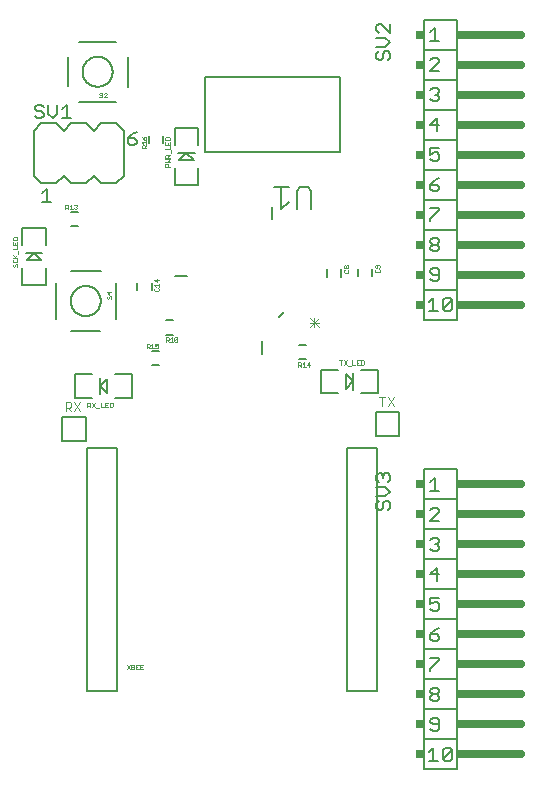
<source format=gto>
G75*
%MOIN*%
%OFA0B0*%
%FSLAX25Y25*%
%IPPOS*%
%LPD*%
%AMOC8*
5,1,8,0,0,1.08239X$1,22.5*
%
%ADD10C,0.00600*%
%ADD11C,0.00100*%
%ADD12C,0.00800*%
%ADD13C,0.00500*%
%ADD14C,0.00300*%
%ADD15C,0.02600*%
%ADD16R,0.03000X0.02600*%
%ADD17R,0.02600X0.02600*%
D10*
X0437428Y0164543D02*
X0437428Y0166906D01*
X0442152Y0166906D02*
X0442152Y0164543D01*
X0449878Y0169469D02*
X0453878Y0169469D01*
X0484778Y0155869D02*
X0486378Y0157469D01*
X0491207Y0146276D02*
X0493570Y0146276D01*
X0493570Y0141551D02*
X0491207Y0141551D01*
X0478978Y0143469D02*
X0478978Y0147569D01*
X0449396Y0149819D02*
X0447034Y0149819D01*
X0447034Y0154543D02*
X0449396Y0154543D01*
X0444633Y0144307D02*
X0442270Y0144307D01*
X0442270Y0139583D02*
X0444633Y0139583D01*
X0500617Y0169189D02*
X0500617Y0171551D01*
X0505341Y0171551D02*
X0505341Y0169189D01*
X0511050Y0169268D02*
X0511050Y0171630D01*
X0515774Y0171630D02*
X0515774Y0169268D01*
X0532877Y0164819D02*
X0532877Y0174819D01*
X0532877Y0184819D01*
X0532877Y0194819D01*
X0532877Y0204819D01*
X0543877Y0204819D01*
X0543877Y0214819D01*
X0543877Y0224819D01*
X0543877Y0234819D01*
X0543877Y0244819D01*
X0543877Y0254819D01*
X0532877Y0254819D01*
X0532877Y0244819D01*
X0532877Y0234819D01*
X0543877Y0234819D01*
X0532877Y0234819D02*
X0532877Y0224819D01*
X0543877Y0224819D01*
X0532877Y0224819D02*
X0532877Y0214819D01*
X0543877Y0214819D01*
X0532877Y0214819D02*
X0532877Y0204819D01*
X0543877Y0204819D02*
X0543877Y0194819D01*
X0543877Y0184819D01*
X0532877Y0184819D01*
X0543877Y0184819D02*
X0543877Y0174819D01*
X0543877Y0164819D01*
X0543877Y0154819D01*
X0532877Y0154819D01*
X0532877Y0164819D01*
X0543877Y0164819D01*
X0543877Y0174819D02*
X0532877Y0174819D01*
X0532877Y0194819D02*
X0543877Y0194819D01*
X0482178Y0192369D02*
X0482178Y0188369D01*
X0432940Y0202713D02*
X0430440Y0200213D01*
X0425440Y0200213D01*
X0422940Y0202713D01*
X0420440Y0200213D01*
X0415440Y0200213D01*
X0412940Y0202713D01*
X0410440Y0200213D01*
X0405440Y0200213D01*
X0402940Y0202713D01*
X0402940Y0217713D01*
X0405440Y0220213D01*
X0410440Y0220213D01*
X0412940Y0217713D01*
X0415440Y0220213D01*
X0420440Y0220213D01*
X0422940Y0217713D01*
X0425440Y0220213D01*
X0430440Y0220213D01*
X0432940Y0217713D01*
X0432940Y0202713D01*
X0441365Y0213677D02*
X0441365Y0216039D01*
X0446089Y0216039D02*
X0446089Y0213677D01*
X0417546Y0190764D02*
X0415184Y0190764D01*
X0415184Y0186039D02*
X0417546Y0186039D01*
X0532877Y0244819D02*
X0543877Y0244819D01*
X0543877Y0104937D02*
X0532877Y0104937D01*
X0532877Y0094937D01*
X0532877Y0084937D01*
X0543877Y0084937D01*
X0543877Y0094937D01*
X0543877Y0104937D01*
X0543877Y0094937D02*
X0532877Y0094937D01*
X0532877Y0084937D02*
X0532877Y0074937D01*
X0543877Y0074937D01*
X0543877Y0084937D01*
X0543877Y0074937D02*
X0543877Y0064937D01*
X0543877Y0054937D01*
X0532877Y0054937D01*
X0532877Y0064937D01*
X0532877Y0074937D01*
X0532877Y0064937D02*
X0543877Y0064937D01*
X0543877Y0054937D02*
X0543877Y0044937D01*
X0543877Y0034937D01*
X0532877Y0034937D01*
X0532877Y0044937D01*
X0532877Y0054937D01*
X0532877Y0044937D02*
X0543877Y0044937D01*
X0543877Y0034937D02*
X0543877Y0024937D01*
X0543877Y0014937D01*
X0543877Y0004937D01*
X0532877Y0004937D01*
X0532877Y0014937D01*
X0532877Y0024937D01*
X0532877Y0034937D01*
X0532877Y0024937D02*
X0543877Y0024937D01*
X0543877Y0014937D02*
X0532877Y0014937D01*
D11*
X0439394Y0038294D02*
X0438394Y0038294D01*
X0438394Y0039795D01*
X0439394Y0039795D01*
X0438894Y0039045D02*
X0438394Y0039045D01*
X0437921Y0039795D02*
X0436920Y0039795D01*
X0436920Y0038294D01*
X0437921Y0038294D01*
X0437421Y0039045D02*
X0436920Y0039045D01*
X0436448Y0039295D02*
X0436198Y0039045D01*
X0435447Y0039045D01*
X0435447Y0039795D02*
X0435447Y0038294D01*
X0436198Y0038294D01*
X0436448Y0038544D01*
X0436448Y0038795D01*
X0436198Y0039045D01*
X0436448Y0039295D02*
X0436448Y0039545D01*
X0436198Y0039795D01*
X0435447Y0039795D01*
X0434975Y0039795D02*
X0433974Y0038294D01*
X0434975Y0038294D02*
X0433974Y0039795D01*
X0428917Y0125682D02*
X0429167Y0125932D01*
X0429167Y0126933D01*
X0428917Y0127184D01*
X0428166Y0127184D01*
X0428166Y0125682D01*
X0428917Y0125682D01*
X0427694Y0125682D02*
X0426693Y0125682D01*
X0426693Y0127184D01*
X0427694Y0127184D01*
X0427193Y0126433D02*
X0426693Y0126433D01*
X0426220Y0125682D02*
X0425219Y0125682D01*
X0425219Y0127184D01*
X0424747Y0125432D02*
X0423746Y0125432D01*
X0423274Y0125682D02*
X0422273Y0127184D01*
X0421801Y0126933D02*
X0421801Y0126433D01*
X0421550Y0126183D01*
X0420800Y0126183D01*
X0421300Y0126183D02*
X0421801Y0125682D01*
X0422273Y0125682D02*
X0423274Y0127184D01*
X0421801Y0126933D02*
X0421550Y0127184D01*
X0420800Y0127184D01*
X0420800Y0125682D01*
X0440501Y0145245D02*
X0440501Y0146746D01*
X0441252Y0146746D01*
X0441502Y0146496D01*
X0441502Y0145996D01*
X0441252Y0145745D01*
X0440501Y0145745D01*
X0441002Y0145745D02*
X0441502Y0145245D01*
X0441975Y0145245D02*
X0442976Y0145245D01*
X0442475Y0145245D02*
X0442475Y0146746D01*
X0441975Y0146246D01*
X0443448Y0145996D02*
X0443948Y0146246D01*
X0444199Y0146246D01*
X0444449Y0145996D01*
X0444449Y0145495D01*
X0444199Y0145245D01*
X0443698Y0145245D01*
X0443448Y0145495D01*
X0443448Y0145996D02*
X0443448Y0146746D01*
X0444449Y0146746D01*
X0446845Y0147381D02*
X0446845Y0148882D01*
X0447596Y0148882D01*
X0447846Y0148632D01*
X0447846Y0148132D01*
X0447596Y0147882D01*
X0446845Y0147882D01*
X0447346Y0147882D02*
X0447846Y0147381D01*
X0448319Y0147381D02*
X0449320Y0147381D01*
X0448819Y0147381D02*
X0448819Y0148882D01*
X0448319Y0148382D01*
X0449792Y0148632D02*
X0450042Y0148882D01*
X0450543Y0148882D01*
X0450793Y0148632D01*
X0449792Y0147631D01*
X0450042Y0147381D01*
X0450543Y0147381D01*
X0450793Y0147631D01*
X0450793Y0148632D01*
X0449792Y0148632D02*
X0449792Y0147631D01*
X0428773Y0161932D02*
X0428523Y0161682D01*
X0428773Y0161932D02*
X0428773Y0162433D01*
X0428523Y0162683D01*
X0428273Y0162683D01*
X0428022Y0162433D01*
X0428022Y0161932D01*
X0427772Y0161682D01*
X0427522Y0161682D01*
X0427272Y0161932D01*
X0427272Y0162433D01*
X0427522Y0162683D01*
X0428022Y0163155D02*
X0428022Y0164156D01*
X0427272Y0163906D02*
X0428022Y0163155D01*
X0427272Y0163906D02*
X0428773Y0163906D01*
X0443089Y0164605D02*
X0443339Y0164355D01*
X0444340Y0164355D01*
X0444590Y0164605D01*
X0444590Y0165105D01*
X0444340Y0165355D01*
X0444590Y0165828D02*
X0444590Y0166829D01*
X0444590Y0166328D02*
X0443089Y0166328D01*
X0443589Y0165828D01*
X0443339Y0165355D02*
X0443089Y0165105D01*
X0443089Y0164605D01*
X0443839Y0167301D02*
X0443839Y0168302D01*
X0443089Y0168052D02*
X0443839Y0167301D01*
X0443089Y0168052D02*
X0444590Y0168052D01*
X0397468Y0172682D02*
X0397218Y0172432D01*
X0397468Y0172682D02*
X0397468Y0173183D01*
X0397218Y0173433D01*
X0396968Y0173433D01*
X0396718Y0173183D01*
X0396718Y0172682D01*
X0396468Y0172432D01*
X0396217Y0172432D01*
X0395967Y0172682D01*
X0395967Y0173183D01*
X0396217Y0173433D01*
X0396217Y0173905D02*
X0397218Y0173905D01*
X0397468Y0174155D01*
X0397468Y0174656D01*
X0397218Y0174906D01*
X0396968Y0175378D02*
X0395967Y0176379D01*
X0395967Y0175378D02*
X0397468Y0175378D01*
X0396718Y0175629D02*
X0397468Y0176379D01*
X0397719Y0176852D02*
X0397719Y0177852D01*
X0397468Y0178325D02*
X0397468Y0179326D01*
X0397468Y0179798D02*
X0397468Y0180799D01*
X0397468Y0181271D02*
X0397468Y0182022D01*
X0397218Y0182272D01*
X0396217Y0182272D01*
X0395967Y0182022D01*
X0395967Y0181271D01*
X0397468Y0181271D01*
X0396718Y0180299D02*
X0396718Y0179798D01*
X0397468Y0179798D02*
X0395967Y0179798D01*
X0395967Y0180799D01*
X0395967Y0178325D02*
X0397468Y0178325D01*
X0396217Y0174906D02*
X0395967Y0174656D01*
X0395967Y0174155D01*
X0396217Y0173905D01*
X0413415Y0191702D02*
X0413415Y0193203D01*
X0414165Y0193203D01*
X0414416Y0192953D01*
X0414416Y0192452D01*
X0414165Y0192202D01*
X0413415Y0192202D01*
X0413915Y0192202D02*
X0414416Y0191702D01*
X0414888Y0191702D02*
X0415889Y0191702D01*
X0415388Y0191702D02*
X0415388Y0193203D01*
X0414888Y0192702D01*
X0416361Y0192953D02*
X0416612Y0193203D01*
X0417112Y0193203D01*
X0417362Y0192953D01*
X0417362Y0192702D01*
X0417112Y0192452D01*
X0417362Y0192202D01*
X0417362Y0191952D01*
X0417112Y0191702D01*
X0416612Y0191702D01*
X0416361Y0191952D01*
X0416862Y0192452D02*
X0417112Y0192452D01*
X0446754Y0205818D02*
X0446754Y0206568D01*
X0447005Y0206819D01*
X0447505Y0206819D01*
X0447755Y0206568D01*
X0447755Y0205818D01*
X0448256Y0205818D02*
X0446754Y0205818D01*
X0446754Y0207291D02*
X0448256Y0207291D01*
X0447755Y0207791D01*
X0448256Y0208292D01*
X0446754Y0208292D01*
X0446754Y0208764D02*
X0446754Y0209515D01*
X0447005Y0209765D01*
X0447505Y0209765D01*
X0447755Y0209515D01*
X0447755Y0208764D01*
X0447755Y0209265D02*
X0448256Y0209765D01*
X0448506Y0210237D02*
X0448506Y0211238D01*
X0448256Y0211711D02*
X0448256Y0212712D01*
X0448256Y0213184D02*
X0448256Y0214185D01*
X0448256Y0214657D02*
X0448256Y0215408D01*
X0448006Y0215658D01*
X0447005Y0215658D01*
X0446754Y0215408D01*
X0446754Y0214657D01*
X0448256Y0214657D01*
X0447505Y0213684D02*
X0447505Y0213184D01*
X0446754Y0213184D02*
X0448256Y0213184D01*
X0448256Y0211711D02*
X0446754Y0211711D01*
X0446754Y0213184D02*
X0446754Y0214185D01*
X0440427Y0214382D02*
X0440427Y0213382D01*
X0440427Y0212909D02*
X0439927Y0212409D01*
X0439927Y0212659D02*
X0439927Y0211908D01*
X0440427Y0211908D02*
X0438926Y0211908D01*
X0438926Y0212659D01*
X0439176Y0212909D01*
X0439676Y0212909D01*
X0439927Y0212659D01*
X0439426Y0213382D02*
X0438926Y0213882D01*
X0440427Y0213882D01*
X0440177Y0214855D02*
X0440427Y0215105D01*
X0440427Y0215605D01*
X0440177Y0215856D01*
X0439927Y0215856D01*
X0439676Y0215605D01*
X0439676Y0214855D01*
X0440177Y0214855D01*
X0439676Y0214855D02*
X0439176Y0215355D01*
X0438926Y0215856D01*
X0446754Y0208764D02*
X0448256Y0208764D01*
X0427238Y0228946D02*
X0426237Y0228946D01*
X0427238Y0229947D01*
X0427238Y0230197D01*
X0426987Y0230447D01*
X0426487Y0230447D01*
X0426237Y0230197D01*
X0425764Y0230197D02*
X0425514Y0230447D01*
X0425014Y0230447D01*
X0424764Y0230197D01*
X0424764Y0229947D01*
X0425014Y0229697D01*
X0425514Y0229697D01*
X0425764Y0229446D01*
X0425764Y0229196D01*
X0425514Y0228946D01*
X0425014Y0228946D01*
X0424764Y0229196D01*
X0506278Y0172697D02*
X0506528Y0172948D01*
X0506778Y0172948D01*
X0507028Y0172697D01*
X0507028Y0172197D01*
X0506778Y0171947D01*
X0506528Y0171947D01*
X0506278Y0172197D01*
X0506278Y0172697D01*
X0507028Y0172697D02*
X0507279Y0172948D01*
X0507529Y0172948D01*
X0507779Y0172697D01*
X0507779Y0172197D01*
X0507529Y0171947D01*
X0507279Y0171947D01*
X0507028Y0172197D01*
X0506528Y0171474D02*
X0506278Y0171224D01*
X0506278Y0170724D01*
X0506528Y0170474D01*
X0507529Y0170474D01*
X0507779Y0170724D01*
X0507779Y0171224D01*
X0507529Y0171474D01*
X0516711Y0171303D02*
X0516711Y0170803D01*
X0516961Y0170552D01*
X0517962Y0170552D01*
X0518212Y0170803D01*
X0518212Y0171303D01*
X0517962Y0171553D01*
X0517962Y0172026D02*
X0518212Y0172276D01*
X0518212Y0172776D01*
X0517962Y0173026D01*
X0516961Y0173026D01*
X0516711Y0172776D01*
X0516711Y0172276D01*
X0516961Y0172026D01*
X0517211Y0172026D01*
X0517461Y0172276D01*
X0517461Y0173026D01*
X0516961Y0171553D02*
X0516711Y0171303D01*
X0512803Y0141280D02*
X0512053Y0141280D01*
X0512053Y0139778D01*
X0512803Y0139778D01*
X0513054Y0140029D01*
X0513054Y0141029D01*
X0512803Y0141280D01*
X0511580Y0141280D02*
X0510579Y0141280D01*
X0510579Y0139778D01*
X0511580Y0139778D01*
X0511080Y0140529D02*
X0510579Y0140529D01*
X0510107Y0139778D02*
X0509106Y0139778D01*
X0509106Y0141280D01*
X0508634Y0139528D02*
X0507633Y0139528D01*
X0507161Y0139778D02*
X0506160Y0141280D01*
X0505687Y0141280D02*
X0504686Y0141280D01*
X0505187Y0141280D02*
X0505187Y0139778D01*
X0506160Y0139778D02*
X0507161Y0141280D01*
X0494966Y0139864D02*
X0493965Y0139864D01*
X0494716Y0140615D01*
X0494716Y0139113D01*
X0493493Y0139113D02*
X0492492Y0139113D01*
X0492020Y0139113D02*
X0491519Y0139614D01*
X0491769Y0139614D02*
X0491019Y0139614D01*
X0491019Y0139113D02*
X0491019Y0140615D01*
X0491769Y0140615D01*
X0492020Y0140364D01*
X0492020Y0139864D01*
X0491769Y0139614D01*
X0492492Y0140114D02*
X0492992Y0140615D01*
X0492992Y0139113D01*
D12*
X0498688Y0138165D02*
X0498688Y0130291D01*
X0504199Y0130291D01*
X0506955Y0131866D02*
X0509318Y0134228D01*
X0506955Y0136591D01*
X0506955Y0131866D01*
X0509318Y0131472D02*
X0509318Y0134228D01*
X0509318Y0136984D01*
X0512073Y0138165D02*
X0517585Y0138165D01*
X0517585Y0130291D01*
X0512073Y0130291D01*
X0504199Y0138165D02*
X0498688Y0138165D01*
X0435538Y0136669D02*
X0435538Y0128795D01*
X0430026Y0128795D01*
X0427270Y0130370D02*
X0427270Y0135094D01*
X0424908Y0132732D01*
X0427270Y0130370D01*
X0424908Y0129976D02*
X0424908Y0132732D01*
X0424908Y0135488D01*
X0422152Y0136669D02*
X0416640Y0136669D01*
X0416640Y0128795D01*
X0422152Y0128795D01*
X0430026Y0136669D02*
X0435538Y0136669D01*
X0425105Y0151079D02*
X0415341Y0151079D01*
X0410223Y0155016D02*
X0410223Y0167142D01*
X0406955Y0166433D02*
X0406955Y0171945D01*
X0405381Y0174701D02*
X0400656Y0174701D01*
X0403018Y0177063D01*
X0405381Y0174701D01*
X0405774Y0177063D02*
X0403018Y0177063D01*
X0400262Y0177063D01*
X0399081Y0179819D02*
X0399081Y0185331D01*
X0406955Y0185331D01*
X0406955Y0179819D01*
X0399081Y0171945D02*
X0399081Y0166433D01*
X0406955Y0166433D01*
X0415341Y0171079D02*
X0425223Y0171079D01*
X0430223Y0167142D02*
X0430223Y0155016D01*
X0415223Y0161079D02*
X0415225Y0161220D01*
X0415231Y0161361D01*
X0415241Y0161501D01*
X0415255Y0161641D01*
X0415273Y0161781D01*
X0415294Y0161920D01*
X0415320Y0162059D01*
X0415349Y0162197D01*
X0415383Y0162333D01*
X0415420Y0162469D01*
X0415461Y0162604D01*
X0415506Y0162738D01*
X0415555Y0162870D01*
X0415607Y0163001D01*
X0415663Y0163130D01*
X0415723Y0163257D01*
X0415786Y0163383D01*
X0415852Y0163507D01*
X0415923Y0163630D01*
X0415996Y0163750D01*
X0416073Y0163868D01*
X0416153Y0163984D01*
X0416237Y0164097D01*
X0416323Y0164208D01*
X0416413Y0164317D01*
X0416506Y0164423D01*
X0416601Y0164526D01*
X0416700Y0164627D01*
X0416801Y0164725D01*
X0416905Y0164820D01*
X0417012Y0164912D01*
X0417121Y0165001D01*
X0417233Y0165086D01*
X0417347Y0165169D01*
X0417463Y0165249D01*
X0417582Y0165325D01*
X0417703Y0165397D01*
X0417825Y0165467D01*
X0417950Y0165532D01*
X0418076Y0165595D01*
X0418204Y0165653D01*
X0418334Y0165708D01*
X0418465Y0165760D01*
X0418598Y0165807D01*
X0418732Y0165851D01*
X0418867Y0165892D01*
X0419003Y0165928D01*
X0419140Y0165960D01*
X0419278Y0165989D01*
X0419416Y0166014D01*
X0419556Y0166034D01*
X0419696Y0166051D01*
X0419836Y0166064D01*
X0419977Y0166073D01*
X0420117Y0166078D01*
X0420258Y0166079D01*
X0420399Y0166076D01*
X0420540Y0166069D01*
X0420680Y0166058D01*
X0420820Y0166043D01*
X0420960Y0166024D01*
X0421099Y0166002D01*
X0421237Y0165975D01*
X0421375Y0165945D01*
X0421511Y0165910D01*
X0421647Y0165872D01*
X0421781Y0165830D01*
X0421915Y0165784D01*
X0422047Y0165735D01*
X0422177Y0165681D01*
X0422306Y0165624D01*
X0422433Y0165564D01*
X0422559Y0165500D01*
X0422682Y0165432D01*
X0422804Y0165361D01*
X0422924Y0165287D01*
X0423041Y0165209D01*
X0423156Y0165128D01*
X0423269Y0165044D01*
X0423380Y0164957D01*
X0423488Y0164866D01*
X0423593Y0164773D01*
X0423696Y0164676D01*
X0423796Y0164577D01*
X0423893Y0164475D01*
X0423987Y0164370D01*
X0424078Y0164263D01*
X0424166Y0164153D01*
X0424251Y0164041D01*
X0424333Y0163926D01*
X0424412Y0163809D01*
X0424487Y0163690D01*
X0424559Y0163569D01*
X0424627Y0163446D01*
X0424692Y0163321D01*
X0424754Y0163194D01*
X0424811Y0163065D01*
X0424866Y0162935D01*
X0424916Y0162804D01*
X0424963Y0162671D01*
X0425006Y0162537D01*
X0425045Y0162401D01*
X0425080Y0162265D01*
X0425112Y0162128D01*
X0425139Y0161990D01*
X0425163Y0161851D01*
X0425183Y0161711D01*
X0425199Y0161571D01*
X0425211Y0161431D01*
X0425219Y0161290D01*
X0425223Y0161149D01*
X0425223Y0161009D01*
X0425219Y0160868D01*
X0425211Y0160727D01*
X0425199Y0160587D01*
X0425183Y0160447D01*
X0425163Y0160307D01*
X0425139Y0160168D01*
X0425112Y0160030D01*
X0425080Y0159893D01*
X0425045Y0159757D01*
X0425006Y0159621D01*
X0424963Y0159487D01*
X0424916Y0159354D01*
X0424866Y0159223D01*
X0424811Y0159093D01*
X0424754Y0158964D01*
X0424692Y0158837D01*
X0424627Y0158712D01*
X0424559Y0158589D01*
X0424487Y0158468D01*
X0424412Y0158349D01*
X0424333Y0158232D01*
X0424251Y0158117D01*
X0424166Y0158005D01*
X0424078Y0157895D01*
X0423987Y0157788D01*
X0423893Y0157683D01*
X0423796Y0157581D01*
X0423696Y0157482D01*
X0423593Y0157385D01*
X0423488Y0157292D01*
X0423380Y0157201D01*
X0423269Y0157114D01*
X0423156Y0157030D01*
X0423041Y0156949D01*
X0422924Y0156871D01*
X0422804Y0156797D01*
X0422682Y0156726D01*
X0422559Y0156658D01*
X0422433Y0156594D01*
X0422306Y0156534D01*
X0422177Y0156477D01*
X0422047Y0156423D01*
X0421915Y0156374D01*
X0421781Y0156328D01*
X0421647Y0156286D01*
X0421511Y0156248D01*
X0421375Y0156213D01*
X0421237Y0156183D01*
X0421099Y0156156D01*
X0420960Y0156134D01*
X0420820Y0156115D01*
X0420680Y0156100D01*
X0420540Y0156089D01*
X0420399Y0156082D01*
X0420258Y0156079D01*
X0420117Y0156080D01*
X0419977Y0156085D01*
X0419836Y0156094D01*
X0419696Y0156107D01*
X0419556Y0156124D01*
X0419416Y0156144D01*
X0419278Y0156169D01*
X0419140Y0156198D01*
X0419003Y0156230D01*
X0418867Y0156266D01*
X0418732Y0156307D01*
X0418598Y0156351D01*
X0418465Y0156398D01*
X0418334Y0156450D01*
X0418204Y0156505D01*
X0418076Y0156563D01*
X0417950Y0156626D01*
X0417825Y0156691D01*
X0417703Y0156761D01*
X0417582Y0156833D01*
X0417463Y0156909D01*
X0417347Y0156989D01*
X0417233Y0157072D01*
X0417121Y0157157D01*
X0417012Y0157246D01*
X0416905Y0157338D01*
X0416801Y0157433D01*
X0416700Y0157531D01*
X0416601Y0157632D01*
X0416506Y0157735D01*
X0416413Y0157841D01*
X0416323Y0157950D01*
X0416237Y0158061D01*
X0416153Y0158174D01*
X0416073Y0158290D01*
X0415996Y0158408D01*
X0415923Y0158528D01*
X0415852Y0158651D01*
X0415786Y0158775D01*
X0415723Y0158901D01*
X0415663Y0159028D01*
X0415607Y0159157D01*
X0415555Y0159288D01*
X0415506Y0159420D01*
X0415461Y0159554D01*
X0415420Y0159689D01*
X0415383Y0159825D01*
X0415349Y0159961D01*
X0415320Y0160099D01*
X0415294Y0160238D01*
X0415273Y0160377D01*
X0415255Y0160517D01*
X0415241Y0160657D01*
X0415231Y0160797D01*
X0415225Y0160938D01*
X0415223Y0161079D01*
X0485459Y0191562D02*
X0485459Y0198969D01*
X0487928Y0198969D02*
X0482990Y0198969D01*
X0487928Y0194031D02*
X0485459Y0191562D01*
X0490541Y0191562D02*
X0490541Y0197734D01*
X0491775Y0198969D01*
X0494244Y0198969D01*
X0495478Y0197734D01*
X0495478Y0191562D01*
X0457743Y0199819D02*
X0457743Y0205331D01*
X0456168Y0208087D02*
X0453806Y0210449D01*
X0451444Y0208087D01*
X0456168Y0208087D01*
X0456562Y0210449D02*
X0453806Y0210449D01*
X0451050Y0210449D01*
X0449869Y0213205D02*
X0449869Y0218717D01*
X0457743Y0218717D01*
X0457743Y0213205D01*
X0449869Y0205331D02*
X0449869Y0199819D01*
X0457743Y0199819D01*
X0430223Y0227496D02*
X0418097Y0227496D01*
X0414160Y0232614D02*
X0414160Y0242378D01*
X0418097Y0247496D02*
X0430223Y0247496D01*
X0434160Y0242378D02*
X0434160Y0232496D01*
X0419160Y0237496D02*
X0419162Y0237637D01*
X0419168Y0237778D01*
X0419178Y0237918D01*
X0419192Y0238058D01*
X0419210Y0238198D01*
X0419231Y0238337D01*
X0419257Y0238476D01*
X0419286Y0238614D01*
X0419320Y0238750D01*
X0419357Y0238886D01*
X0419398Y0239021D01*
X0419443Y0239155D01*
X0419492Y0239287D01*
X0419544Y0239418D01*
X0419600Y0239547D01*
X0419660Y0239674D01*
X0419723Y0239800D01*
X0419789Y0239924D01*
X0419860Y0240047D01*
X0419933Y0240167D01*
X0420010Y0240285D01*
X0420090Y0240401D01*
X0420174Y0240514D01*
X0420260Y0240625D01*
X0420350Y0240734D01*
X0420443Y0240840D01*
X0420538Y0240943D01*
X0420637Y0241044D01*
X0420738Y0241142D01*
X0420842Y0241237D01*
X0420949Y0241329D01*
X0421058Y0241418D01*
X0421170Y0241503D01*
X0421284Y0241586D01*
X0421400Y0241666D01*
X0421519Y0241742D01*
X0421640Y0241814D01*
X0421762Y0241884D01*
X0421887Y0241949D01*
X0422013Y0242012D01*
X0422141Y0242070D01*
X0422271Y0242125D01*
X0422402Y0242177D01*
X0422535Y0242224D01*
X0422669Y0242268D01*
X0422804Y0242309D01*
X0422940Y0242345D01*
X0423077Y0242377D01*
X0423215Y0242406D01*
X0423353Y0242431D01*
X0423493Y0242451D01*
X0423633Y0242468D01*
X0423773Y0242481D01*
X0423914Y0242490D01*
X0424054Y0242495D01*
X0424195Y0242496D01*
X0424336Y0242493D01*
X0424477Y0242486D01*
X0424617Y0242475D01*
X0424757Y0242460D01*
X0424897Y0242441D01*
X0425036Y0242419D01*
X0425174Y0242392D01*
X0425312Y0242362D01*
X0425448Y0242327D01*
X0425584Y0242289D01*
X0425718Y0242247D01*
X0425852Y0242201D01*
X0425984Y0242152D01*
X0426114Y0242098D01*
X0426243Y0242041D01*
X0426370Y0241981D01*
X0426496Y0241917D01*
X0426619Y0241849D01*
X0426741Y0241778D01*
X0426861Y0241704D01*
X0426978Y0241626D01*
X0427093Y0241545D01*
X0427206Y0241461D01*
X0427317Y0241374D01*
X0427425Y0241283D01*
X0427530Y0241190D01*
X0427633Y0241093D01*
X0427733Y0240994D01*
X0427830Y0240892D01*
X0427924Y0240787D01*
X0428015Y0240680D01*
X0428103Y0240570D01*
X0428188Y0240458D01*
X0428270Y0240343D01*
X0428349Y0240226D01*
X0428424Y0240107D01*
X0428496Y0239986D01*
X0428564Y0239863D01*
X0428629Y0239738D01*
X0428691Y0239611D01*
X0428748Y0239482D01*
X0428803Y0239352D01*
X0428853Y0239221D01*
X0428900Y0239088D01*
X0428943Y0238954D01*
X0428982Y0238818D01*
X0429017Y0238682D01*
X0429049Y0238545D01*
X0429076Y0238407D01*
X0429100Y0238268D01*
X0429120Y0238128D01*
X0429136Y0237988D01*
X0429148Y0237848D01*
X0429156Y0237707D01*
X0429160Y0237566D01*
X0429160Y0237426D01*
X0429156Y0237285D01*
X0429148Y0237144D01*
X0429136Y0237004D01*
X0429120Y0236864D01*
X0429100Y0236724D01*
X0429076Y0236585D01*
X0429049Y0236447D01*
X0429017Y0236310D01*
X0428982Y0236174D01*
X0428943Y0236038D01*
X0428900Y0235904D01*
X0428853Y0235771D01*
X0428803Y0235640D01*
X0428748Y0235510D01*
X0428691Y0235381D01*
X0428629Y0235254D01*
X0428564Y0235129D01*
X0428496Y0235006D01*
X0428424Y0234885D01*
X0428349Y0234766D01*
X0428270Y0234649D01*
X0428188Y0234534D01*
X0428103Y0234422D01*
X0428015Y0234312D01*
X0427924Y0234205D01*
X0427830Y0234100D01*
X0427733Y0233998D01*
X0427633Y0233899D01*
X0427530Y0233802D01*
X0427425Y0233709D01*
X0427317Y0233618D01*
X0427206Y0233531D01*
X0427093Y0233447D01*
X0426978Y0233366D01*
X0426861Y0233288D01*
X0426741Y0233214D01*
X0426619Y0233143D01*
X0426496Y0233075D01*
X0426370Y0233011D01*
X0426243Y0232951D01*
X0426114Y0232894D01*
X0425984Y0232840D01*
X0425852Y0232791D01*
X0425718Y0232745D01*
X0425584Y0232703D01*
X0425448Y0232665D01*
X0425312Y0232630D01*
X0425174Y0232600D01*
X0425036Y0232573D01*
X0424897Y0232551D01*
X0424757Y0232532D01*
X0424617Y0232517D01*
X0424477Y0232506D01*
X0424336Y0232499D01*
X0424195Y0232496D01*
X0424054Y0232497D01*
X0423914Y0232502D01*
X0423773Y0232511D01*
X0423633Y0232524D01*
X0423493Y0232541D01*
X0423353Y0232561D01*
X0423215Y0232586D01*
X0423077Y0232615D01*
X0422940Y0232647D01*
X0422804Y0232683D01*
X0422669Y0232724D01*
X0422535Y0232768D01*
X0422402Y0232815D01*
X0422271Y0232867D01*
X0422141Y0232922D01*
X0422013Y0232980D01*
X0421887Y0233043D01*
X0421762Y0233108D01*
X0421640Y0233178D01*
X0421519Y0233250D01*
X0421400Y0233326D01*
X0421284Y0233406D01*
X0421170Y0233489D01*
X0421058Y0233574D01*
X0420949Y0233663D01*
X0420842Y0233755D01*
X0420738Y0233850D01*
X0420637Y0233948D01*
X0420538Y0234049D01*
X0420443Y0234152D01*
X0420350Y0234258D01*
X0420260Y0234367D01*
X0420174Y0234478D01*
X0420090Y0234591D01*
X0420010Y0234707D01*
X0419933Y0234825D01*
X0419860Y0234945D01*
X0419789Y0235068D01*
X0419723Y0235192D01*
X0419660Y0235318D01*
X0419600Y0235445D01*
X0419544Y0235574D01*
X0419492Y0235705D01*
X0419443Y0235837D01*
X0419398Y0235971D01*
X0419357Y0236106D01*
X0419320Y0236242D01*
X0419286Y0236378D01*
X0419257Y0236516D01*
X0419231Y0236655D01*
X0419210Y0236794D01*
X0419192Y0236934D01*
X0419178Y0237074D01*
X0419168Y0237214D01*
X0419162Y0237355D01*
X0419160Y0237496D01*
X0420696Y0111906D02*
X0420696Y0031197D01*
X0430538Y0031197D01*
X0430538Y0111906D01*
X0420696Y0111906D01*
X0507310Y0111906D02*
X0507310Y0031197D01*
X0517152Y0031197D01*
X0517152Y0111906D01*
X0507310Y0111906D01*
D13*
X0420223Y0114465D02*
X0412349Y0114465D01*
X0412349Y0122339D01*
X0420223Y0122339D01*
X0420223Y0114465D01*
X0516916Y0116039D02*
X0524790Y0116039D01*
X0524790Y0123913D01*
X0516916Y0123913D01*
X0516916Y0116039D01*
X0517873Y0103586D02*
X0518624Y0103586D01*
X0519375Y0102835D01*
X0520125Y0103586D01*
X0520876Y0103586D01*
X0521627Y0102835D01*
X0521627Y0101334D01*
X0520876Y0100583D01*
X0520125Y0098982D02*
X0517123Y0098982D01*
X0517873Y0100583D02*
X0517123Y0101334D01*
X0517123Y0102835D01*
X0517873Y0103586D01*
X0519375Y0102835D02*
X0519375Y0102084D01*
X0520125Y0098982D02*
X0521627Y0097480D01*
X0520125Y0095979D01*
X0517123Y0095979D01*
X0517873Y0094378D02*
X0517123Y0093627D01*
X0517123Y0092126D01*
X0517873Y0091375D01*
X0518624Y0091375D01*
X0519375Y0092126D01*
X0519375Y0093627D01*
X0520125Y0094378D01*
X0520876Y0094378D01*
X0521627Y0093627D01*
X0521627Y0092126D01*
X0520876Y0091375D01*
X0535127Y0091440D02*
X0535877Y0092191D01*
X0537379Y0092191D01*
X0538129Y0091440D01*
X0538129Y0090690D01*
X0535127Y0087687D01*
X0538129Y0087687D01*
X0537379Y0082191D02*
X0535877Y0082191D01*
X0535127Y0081440D01*
X0536628Y0079939D02*
X0537379Y0079939D01*
X0538129Y0079188D01*
X0538129Y0078438D01*
X0537379Y0077687D01*
X0535877Y0077687D01*
X0535127Y0078438D01*
X0537379Y0079939D02*
X0538129Y0080690D01*
X0538129Y0081440D01*
X0537379Y0082191D01*
X0537379Y0072191D02*
X0535127Y0069939D01*
X0538129Y0069939D01*
X0537379Y0067687D02*
X0537379Y0072191D01*
X0538129Y0062191D02*
X0535127Y0062191D01*
X0535127Y0059939D01*
X0536628Y0060690D01*
X0537379Y0060690D01*
X0538129Y0059939D01*
X0538129Y0058438D01*
X0537379Y0057687D01*
X0535877Y0057687D01*
X0535127Y0058438D01*
X0538129Y0052191D02*
X0536628Y0051440D01*
X0535127Y0049939D01*
X0537379Y0049939D01*
X0538129Y0049188D01*
X0538129Y0048438D01*
X0537379Y0047687D01*
X0535877Y0047687D01*
X0535127Y0048438D01*
X0535127Y0049939D01*
X0535127Y0042191D02*
X0538129Y0042191D01*
X0538129Y0041440D01*
X0535127Y0038438D01*
X0535127Y0037687D01*
X0535877Y0032191D02*
X0537379Y0032191D01*
X0538129Y0031440D01*
X0538129Y0030690D01*
X0537379Y0029939D01*
X0535877Y0029939D01*
X0535127Y0030690D01*
X0535127Y0031440D01*
X0535877Y0032191D01*
X0535877Y0029939D02*
X0535127Y0029188D01*
X0535127Y0028438D01*
X0535877Y0027687D01*
X0537379Y0027687D01*
X0538129Y0028438D01*
X0538129Y0029188D01*
X0537379Y0029939D01*
X0537379Y0022191D02*
X0535877Y0022191D01*
X0535127Y0021440D01*
X0535127Y0020690D01*
X0535877Y0019939D01*
X0538129Y0019939D01*
X0538129Y0021440D02*
X0537379Y0022191D01*
X0538129Y0021440D02*
X0538129Y0018438D01*
X0537379Y0017687D01*
X0535877Y0017687D01*
X0535127Y0018438D01*
X0536128Y0012191D02*
X0536128Y0007687D01*
X0534627Y0007687D02*
X0537629Y0007687D01*
X0539231Y0008438D02*
X0539981Y0007687D01*
X0541482Y0007687D01*
X0542233Y0008438D01*
X0542233Y0011440D01*
X0539231Y0008438D01*
X0539231Y0011440D01*
X0539981Y0012191D01*
X0541482Y0012191D01*
X0542233Y0011440D01*
X0536128Y0012191D02*
X0534627Y0010690D01*
X0535127Y0097687D02*
X0538129Y0097687D01*
X0536628Y0097687D02*
X0536628Y0102191D01*
X0535127Y0100690D01*
X0534627Y0157569D02*
X0537629Y0157569D01*
X0536128Y0157569D02*
X0536128Y0162073D01*
X0534627Y0160571D01*
X0539231Y0161322D02*
X0539231Y0158320D01*
X0542233Y0161322D01*
X0542233Y0158320D01*
X0541482Y0157569D01*
X0539981Y0157569D01*
X0539231Y0158320D01*
X0539231Y0161322D02*
X0539981Y0162073D01*
X0541482Y0162073D01*
X0542233Y0161322D01*
X0537379Y0167569D02*
X0535877Y0167569D01*
X0535127Y0168320D01*
X0535877Y0169821D02*
X0538129Y0169821D01*
X0538129Y0171322D02*
X0537379Y0172073D01*
X0535877Y0172073D01*
X0535127Y0171322D01*
X0535127Y0170571D01*
X0535877Y0169821D01*
X0538129Y0168320D02*
X0538129Y0171322D01*
X0538129Y0168320D02*
X0537379Y0167569D01*
X0537379Y0177569D02*
X0535877Y0177569D01*
X0535127Y0178320D01*
X0535127Y0179070D01*
X0535877Y0179821D01*
X0537379Y0179821D01*
X0538129Y0179070D01*
X0538129Y0178320D01*
X0537379Y0177569D01*
X0537379Y0179821D02*
X0538129Y0180571D01*
X0538129Y0181322D01*
X0537379Y0182073D01*
X0535877Y0182073D01*
X0535127Y0181322D01*
X0535127Y0180571D01*
X0535877Y0179821D01*
X0535127Y0187569D02*
X0535127Y0188320D01*
X0538129Y0191322D01*
X0538129Y0192073D01*
X0535127Y0192073D01*
X0535877Y0197569D02*
X0537379Y0197569D01*
X0538129Y0198320D01*
X0538129Y0199070D01*
X0537379Y0199821D01*
X0535127Y0199821D01*
X0535127Y0198320D01*
X0535877Y0197569D01*
X0535127Y0199821D02*
X0536628Y0201322D01*
X0538129Y0202073D01*
X0537379Y0207569D02*
X0535877Y0207569D01*
X0535127Y0208320D01*
X0535127Y0209821D02*
X0536628Y0210571D01*
X0537379Y0210571D01*
X0538129Y0209821D01*
X0538129Y0208320D01*
X0537379Y0207569D01*
X0535127Y0209821D02*
X0535127Y0212073D01*
X0538129Y0212073D01*
X0537379Y0217569D02*
X0537379Y0222073D01*
X0535127Y0219821D01*
X0538129Y0219821D01*
X0537379Y0227569D02*
X0535877Y0227569D01*
X0535127Y0228320D01*
X0536628Y0229821D02*
X0537379Y0229821D01*
X0538129Y0229070D01*
X0538129Y0228320D01*
X0537379Y0227569D01*
X0537379Y0229821D02*
X0538129Y0230571D01*
X0538129Y0231322D01*
X0537379Y0232073D01*
X0535877Y0232073D01*
X0535127Y0231322D01*
X0535127Y0237569D02*
X0538129Y0240571D01*
X0538129Y0241322D01*
X0537379Y0242073D01*
X0535877Y0242073D01*
X0535127Y0241322D01*
X0535127Y0237569D02*
X0538129Y0237569D01*
X0521627Y0242008D02*
X0520876Y0241257D01*
X0521627Y0242008D02*
X0521627Y0243509D01*
X0520876Y0244260D01*
X0520125Y0244260D01*
X0519375Y0243509D01*
X0519375Y0242008D01*
X0518624Y0241257D01*
X0517873Y0241257D01*
X0517123Y0242008D01*
X0517123Y0243509D01*
X0517873Y0244260D01*
X0517123Y0245861D02*
X0520125Y0245861D01*
X0521627Y0247362D01*
X0520125Y0248864D01*
X0517123Y0248864D01*
X0517873Y0250465D02*
X0517123Y0251216D01*
X0517123Y0252717D01*
X0517873Y0253468D01*
X0518624Y0253468D01*
X0521627Y0250465D01*
X0521627Y0253468D01*
X0535127Y0250571D02*
X0536628Y0252073D01*
X0536628Y0247569D01*
X0535127Y0247569D02*
X0538129Y0247569D01*
X0504888Y0235744D02*
X0504888Y0210744D01*
X0459888Y0210744D01*
X0459888Y0235744D01*
X0504888Y0235744D01*
X0437192Y0217466D02*
X0435691Y0216716D01*
X0434190Y0215215D01*
X0436442Y0215215D01*
X0437192Y0214464D01*
X0437192Y0213713D01*
X0436442Y0212963D01*
X0434940Y0212963D01*
X0434190Y0213713D01*
X0434190Y0215215D01*
X0415400Y0221963D02*
X0412397Y0221963D01*
X0413899Y0221963D02*
X0413899Y0226466D01*
X0412397Y0224965D01*
X0410796Y0223464D02*
X0410796Y0226466D01*
X0410796Y0223464D02*
X0409295Y0221963D01*
X0407794Y0223464D01*
X0407794Y0226466D01*
X0406192Y0225716D02*
X0405442Y0226466D01*
X0403940Y0226466D01*
X0403190Y0225716D01*
X0403190Y0224965D01*
X0403940Y0224215D01*
X0405442Y0224215D01*
X0406192Y0223464D01*
X0406192Y0222713D01*
X0405442Y0221963D01*
X0403940Y0221963D01*
X0403190Y0222713D01*
X0407191Y0198466D02*
X0407191Y0193963D01*
X0405690Y0193963D02*
X0408692Y0193963D01*
X0405690Y0196965D02*
X0407191Y0198466D01*
D14*
X0494892Y0155435D02*
X0498028Y0152298D01*
X0494892Y0155435D01*
X0496460Y0155435D02*
X0496460Y0152298D01*
X0496460Y0155435D01*
X0498028Y0155435D02*
X0494892Y0152298D01*
X0498028Y0155435D01*
X0498028Y0153866D02*
X0494892Y0153866D01*
X0498028Y0153866D01*
X0518056Y0128934D02*
X0519991Y0128934D01*
X0519024Y0128934D02*
X0519024Y0126032D01*
X0521003Y0126032D02*
X0522938Y0128934D01*
X0521003Y0128934D02*
X0522938Y0126032D01*
X0418371Y0127360D02*
X0416436Y0124457D01*
X0415425Y0124457D02*
X0414457Y0125425D01*
X0414941Y0125425D02*
X0413490Y0125425D01*
X0413490Y0124457D02*
X0413490Y0127360D01*
X0414941Y0127360D01*
X0415425Y0126876D01*
X0415425Y0125908D01*
X0414941Y0125425D01*
X0416436Y0127360D02*
X0418371Y0124457D01*
D15*
X0546877Y0099937D02*
X0565377Y0099937D01*
X0565377Y0089937D02*
X0546877Y0089937D01*
X0546877Y0079937D02*
X0565377Y0079937D01*
X0565377Y0069937D02*
X0546877Y0069937D01*
X0546877Y0059937D02*
X0565377Y0059937D01*
X0565377Y0049937D02*
X0546877Y0049937D01*
X0546877Y0039937D02*
X0565377Y0039937D01*
X0565377Y0029937D02*
X0546877Y0029937D01*
X0546877Y0019937D02*
X0565377Y0019937D01*
X0565377Y0009937D02*
X0546877Y0009937D01*
X0546877Y0159819D02*
X0565377Y0159819D01*
X0565377Y0169819D02*
X0546877Y0169819D01*
X0546877Y0179819D02*
X0565377Y0179819D01*
X0565377Y0189819D02*
X0546877Y0189819D01*
X0546877Y0199819D02*
X0565377Y0199819D01*
X0565377Y0209819D02*
X0546877Y0209819D01*
X0546877Y0219819D02*
X0565377Y0219819D01*
X0565377Y0229819D02*
X0546877Y0229819D01*
X0546877Y0239819D02*
X0565377Y0239819D01*
X0565377Y0249819D02*
X0546877Y0249819D01*
D16*
X0545377Y0249819D03*
X0545377Y0239819D03*
X0545377Y0229819D03*
X0545377Y0219819D03*
X0545377Y0209819D03*
X0545377Y0199819D03*
X0545377Y0189819D03*
X0545377Y0179819D03*
X0545377Y0169819D03*
X0545377Y0159819D03*
X0545377Y0099937D03*
X0545377Y0089937D03*
X0545377Y0079937D03*
X0545377Y0069937D03*
X0545377Y0059937D03*
X0545377Y0049937D03*
X0545377Y0039937D03*
X0545377Y0029937D03*
X0545377Y0019937D03*
X0545377Y0009937D03*
D17*
X0531577Y0009937D03*
X0531577Y0019937D03*
X0531577Y0029937D03*
X0531577Y0039937D03*
X0531577Y0049937D03*
X0531577Y0059937D03*
X0531577Y0069937D03*
X0531577Y0079937D03*
X0531577Y0089937D03*
X0531577Y0099937D03*
X0531577Y0159819D03*
X0531577Y0169819D03*
X0531577Y0179819D03*
X0531577Y0189819D03*
X0531577Y0199819D03*
X0531577Y0209819D03*
X0531577Y0219819D03*
X0531577Y0229819D03*
X0531577Y0239819D03*
X0531577Y0249819D03*
M02*

</source>
